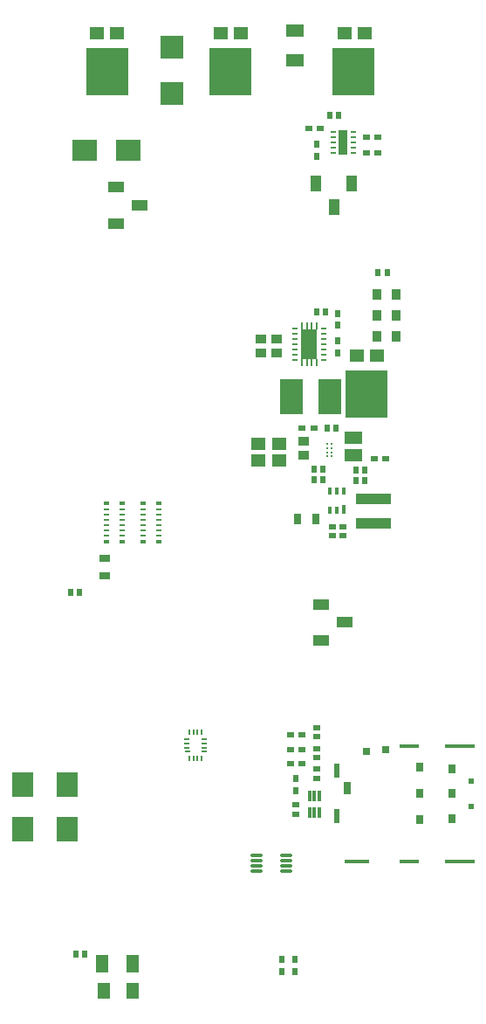
<source format=gbp>
G04*
G04 #@! TF.GenerationSoftware,Altium Limited,Altium Designer,22.7.1 (60)*
G04*
G04 Layer_Color=128*
%FSLAX25Y25*%
%MOIN*%
G70*
G04*
G04 #@! TF.SameCoordinates,24E4937F-31BC-4FDA-B361-D206D476748A*
G04*
G04*
G04 #@! TF.FilePolarity,Positive*
G04*
G01*
G75*
%ADD62R,0.05512X0.05118*%
%ADD63R,0.06299X0.03937*%
G04:AMPARAMS|DCode=64|XSize=18.23mil|YSize=8.66mil|CornerRadius=1.08mil|HoleSize=0mil|Usage=FLASHONLY|Rotation=270.000|XOffset=0mil|YOffset=0mil|HoleType=Round|Shape=RoundedRectangle|*
%AMROUNDEDRECTD64*
21,1,0.01823,0.00650,0,0,270.0*
21,1,0.01606,0.00866,0,0,270.0*
1,1,0.00217,-0.00325,-0.00803*
1,1,0.00217,-0.00325,0.00803*
1,1,0.00217,0.00325,0.00803*
1,1,0.00217,0.00325,-0.00803*
%
%ADD64ROUNDEDRECTD64*%
G04:AMPARAMS|DCode=65|XSize=22.13mil|YSize=8.86mil|CornerRadius=1.11mil|HoleSize=0mil|Usage=FLASHONLY|Rotation=0.000|XOffset=0mil|YOffset=0mil|HoleType=Round|Shape=RoundedRectangle|*
%AMROUNDEDRECTD65*
21,1,0.02213,0.00664,0,0,0.0*
21,1,0.01991,0.00886,0,0,0.0*
1,1,0.00222,0.00996,-0.00332*
1,1,0.00222,-0.00996,-0.00332*
1,1,0.00222,-0.00996,0.00332*
1,1,0.00222,0.00996,0.00332*
%
%ADD65ROUNDEDRECTD65*%
G04:AMPARAMS|DCode=66|XSize=18.23mil|YSize=8.66mil|CornerRadius=1.08mil|HoleSize=0mil|Usage=FLASHONLY|Rotation=0.000|XOffset=0mil|YOffset=0mil|HoleType=Round|Shape=RoundedRectangle|*
%AMROUNDEDRECTD66*
21,1,0.01823,0.00650,0,0,0.0*
21,1,0.01606,0.00866,0,0,0.0*
1,1,0.00217,0.00803,-0.00325*
1,1,0.00217,-0.00803,-0.00325*
1,1,0.00217,-0.00803,0.00325*
1,1,0.00217,0.00803,0.00325*
%
%ADD66ROUNDEDRECTD66*%
%ADD67R,0.03937X0.06299*%
%ADD68R,0.09055X0.09055*%
%ADD69R,0.01968X0.00984*%
%ADD70R,0.03307X0.09449*%
%ADD71R,0.08661X0.13780*%
%ADD72C,0.00965*%
%ADD73R,0.05709X0.04528*%
%ADD74R,0.16339X0.18307*%
%ADD75R,0.00787X0.03051*%
%ADD76R,0.06221X0.11221*%
%ADD77O,0.02362X0.00945*%
%ADD78R,0.01181X0.03898*%
G04:AMPARAMS|DCode=79|XSize=44.09mil|YSize=10.63mil|CornerRadius=1.33mil|HoleSize=0mil|Usage=FLASHONLY|Rotation=0.000|XOffset=0mil|YOffset=0mil|HoleType=Round|Shape=RoundedRectangle|*
%AMROUNDEDRECTD79*
21,1,0.04409,0.00797,0,0,0.0*
21,1,0.04144,0.01063,0,0,0.0*
1,1,0.00266,0.02072,-0.00399*
1,1,0.00266,-0.02072,-0.00399*
1,1,0.00266,-0.02072,0.00399*
1,1,0.00266,0.02072,0.00399*
%
%ADD79ROUNDEDRECTD79*%
%ADD80R,0.01968X0.01673*%
%ADD81R,0.01968X0.00984*%
%ADD82R,0.04724X0.06496*%
%ADD83R,0.02953X0.02362*%
%ADD84R,0.01378X0.03150*%
%ADD85R,0.01378X0.03543*%
%ADD86R,0.02756X0.02756*%
%ADD87R,0.01968X0.05512*%
%ADD88R,0.02756X0.02953*%
%ADD89R,0.07480X0.01772*%
%ADD90R,0.02756X0.03543*%
%ADD91R,0.02559X0.04724*%
%ADD92R,0.09449X0.01772*%
%ADD93R,0.11417X0.01772*%
%ADD94R,0.02362X0.02362*%
%ADD95R,0.13386X0.03858*%
%ADD96R,0.03937X0.02756*%
%ADD97R,0.08465X0.09646*%
%ADD98R,0.03347X0.04331*%
%ADD99R,0.05118X0.07087*%
%ADD100R,0.03937X0.03543*%
%ADD101R,0.02362X0.02520*%
%ADD102R,0.07165X0.04724*%
%ADD103R,0.07087X0.05118*%
%ADD104R,0.02520X0.02362*%
%ADD105R,0.09646X0.08465*%
%ADD106R,0.02756X0.03937*%
%ADD107R,0.02362X0.02953*%
D62*
X110500Y216150D02*
D03*
Y209850D02*
D03*
X118500Y216150D02*
D03*
Y209850D02*
D03*
D63*
X143528Y148000D02*
D03*
X134472Y141110D02*
D03*
Y154890D02*
D03*
X65158Y307063D02*
D03*
X56102Y300173D02*
D03*
Y313953D02*
D03*
D64*
X84138Y105902D02*
D03*
X85713D02*
D03*
X87287D02*
D03*
X88862D02*
D03*
Y96098D02*
D03*
X87287D02*
D03*
X85713D02*
D03*
X84138D02*
D03*
D65*
X83370Y98638D02*
D03*
D66*
X83173Y100213D02*
D03*
Y101787D02*
D03*
Y103362D02*
D03*
X89827D02*
D03*
Y101787D02*
D03*
Y100213D02*
D03*
Y98638D02*
D03*
D67*
X139370Y306472D02*
D03*
X132480Y315528D02*
D03*
X146260D02*
D03*
D68*
X77500Y367358D02*
D03*
Y349642D02*
D03*
D69*
X146740Y327063D02*
D03*
X139260D02*
D03*
X146740Y329031D02*
D03*
X139260D02*
D03*
X146740Y331000D02*
D03*
X139260D02*
D03*
X146740Y332968D02*
D03*
X139260D02*
D03*
X146740Y334937D02*
D03*
X139260D02*
D03*
D70*
X143000Y331000D02*
D03*
D71*
X123216Y234000D02*
D03*
X137784D02*
D03*
D72*
X136925Y211276D02*
D03*
Y212850D02*
D03*
Y214425D02*
D03*
Y216000D02*
D03*
X138500Y211276D02*
D03*
Y212850D02*
D03*
Y214425D02*
D03*
Y216000D02*
D03*
D73*
X143366Y372764D02*
D03*
X151122D02*
D03*
X148122Y249827D02*
D03*
X155878D02*
D03*
X48878Y372764D02*
D03*
X56634D02*
D03*
X103878D02*
D03*
X96122D02*
D03*
D74*
X146744Y358000D02*
D03*
X152000Y235063D02*
D03*
X52756Y358000D02*
D03*
X100000D02*
D03*
D75*
X127284Y261087D02*
D03*
X129095D02*
D03*
X130905D02*
D03*
X132717D02*
D03*
Y246913D02*
D03*
X130905D02*
D03*
X129095D02*
D03*
X127284D02*
D03*
D76*
X130000Y254000D02*
D03*
D77*
X124488Y259906D02*
D03*
Y257937D02*
D03*
Y255968D02*
D03*
Y254000D02*
D03*
Y252031D02*
D03*
Y250063D02*
D03*
Y248095D02*
D03*
X135512D02*
D03*
Y250063D02*
D03*
Y252031D02*
D03*
Y254000D02*
D03*
Y255968D02*
D03*
Y257937D02*
D03*
Y259906D02*
D03*
D78*
X130032Y75331D02*
D03*
X132000D02*
D03*
X133968D02*
D03*
X132000Y81669D02*
D03*
X130032D02*
D03*
X133968D02*
D03*
D79*
X109968Y53047D02*
D03*
Y55016D02*
D03*
Y56984D02*
D03*
Y58953D02*
D03*
X121031D02*
D03*
Y56984D02*
D03*
Y55016D02*
D03*
Y53047D02*
D03*
D80*
X72453Y178766D02*
D03*
Y193234D02*
D03*
X66547D02*
D03*
Y178766D02*
D03*
X58453D02*
D03*
Y193234D02*
D03*
X52547D02*
D03*
Y178766D02*
D03*
D81*
X72453Y181079D02*
D03*
Y188953D02*
D03*
Y183047D02*
D03*
Y185016D02*
D03*
Y186984D02*
D03*
Y190921D02*
D03*
X66547D02*
D03*
Y186984D02*
D03*
Y185016D02*
D03*
Y183047D02*
D03*
Y188953D02*
D03*
Y181079D02*
D03*
X58453D02*
D03*
Y188953D02*
D03*
Y183047D02*
D03*
Y185016D02*
D03*
Y186984D02*
D03*
Y190921D02*
D03*
X52547D02*
D03*
Y186984D02*
D03*
Y185016D02*
D03*
Y183047D02*
D03*
Y188953D02*
D03*
Y181079D02*
D03*
D82*
X62512Y7283D02*
D03*
X51488D02*
D03*
D83*
X154736Y210500D02*
D03*
X159264D02*
D03*
X129736Y336500D02*
D03*
X134264D02*
D03*
X151736Y333000D02*
D03*
X156264D02*
D03*
Y327000D02*
D03*
X151736D02*
D03*
X127264Y99500D02*
D03*
X122736D02*
D03*
X127264Y105000D02*
D03*
X122736D02*
D03*
X127264Y94000D02*
D03*
X122736D02*
D03*
X127236Y222000D02*
D03*
X131764D02*
D03*
D84*
X143059Y198000D02*
D03*
X140500D02*
D03*
X137941D02*
D03*
Y190795D02*
D03*
X140500D02*
D03*
D85*
X143059Y190992D02*
D03*
D86*
X159055Y99410D02*
D03*
D87*
X140354Y91260D02*
D03*
Y73937D02*
D03*
D88*
X151969Y98721D02*
D03*
D89*
X168307Y100689D02*
D03*
Y56693D02*
D03*
D90*
X172165Y92598D02*
D03*
X184646Y92205D02*
D03*
Y82598D02*
D03*
X172165D02*
D03*
Y72598D02*
D03*
X184646Y72992D02*
D03*
D91*
X144587Y84764D02*
D03*
D92*
X148031Y56693D02*
D03*
D93*
X187402Y100689D02*
D03*
Y56693D02*
D03*
D94*
X191929Y87402D02*
D03*
Y77795D02*
D03*
D95*
X154500Y185835D02*
D03*
Y195165D02*
D03*
D96*
X52000Y165654D02*
D03*
Y172346D02*
D03*
D97*
X37500Y69035D02*
D03*
Y85965D02*
D03*
X20500D02*
D03*
Y69035D02*
D03*
D98*
X155858Y257000D02*
D03*
X163142D02*
D03*
X155858Y265000D02*
D03*
X163142D02*
D03*
X155858Y273000D02*
D03*
X163142D02*
D03*
D99*
X62402Y17857D02*
D03*
X50984D02*
D03*
D100*
X117500Y250842D02*
D03*
Y256157D02*
D03*
X128000Y211842D02*
D03*
Y217158D02*
D03*
X111500Y250842D02*
D03*
Y256157D02*
D03*
D101*
X156268Y281500D02*
D03*
X159732D02*
D03*
X137768Y341500D02*
D03*
X141232D02*
D03*
X40768Y21500D02*
D03*
X44232D02*
D03*
X42232Y159500D02*
D03*
X38768D02*
D03*
X147768Y202000D02*
D03*
X151232D02*
D03*
Y206000D02*
D03*
X147768D02*
D03*
X136232Y266500D02*
D03*
X132768D02*
D03*
X136768Y222000D02*
D03*
X140232D02*
D03*
X131768Y206500D02*
D03*
X135232D02*
D03*
X135232Y202500D02*
D03*
X131768D02*
D03*
D102*
X147000Y218386D02*
D03*
Y211614D02*
D03*
D103*
X124500Y373709D02*
D03*
Y362291D02*
D03*
D104*
X125000Y74768D02*
D03*
Y78232D02*
D03*
X133000Y96268D02*
D03*
Y99732D02*
D03*
Y107732D02*
D03*
Y104268D02*
D03*
Y88535D02*
D03*
Y92000D02*
D03*
X143000Y184465D02*
D03*
Y181000D02*
D03*
X139000D02*
D03*
Y184465D02*
D03*
D105*
X60965Y328000D02*
D03*
X44035D02*
D03*
D106*
X132346Y187500D02*
D03*
X125654D02*
D03*
D107*
X133000Y325736D02*
D03*
Y330264D02*
D03*
X125000Y88264D02*
D03*
Y83736D02*
D03*
X119500Y19264D02*
D03*
Y14736D02*
D03*
X124500Y19264D02*
D03*
Y14736D02*
D03*
X141000Y250736D02*
D03*
Y255264D02*
D03*
Y265764D02*
D03*
Y261236D02*
D03*
M02*

</source>
